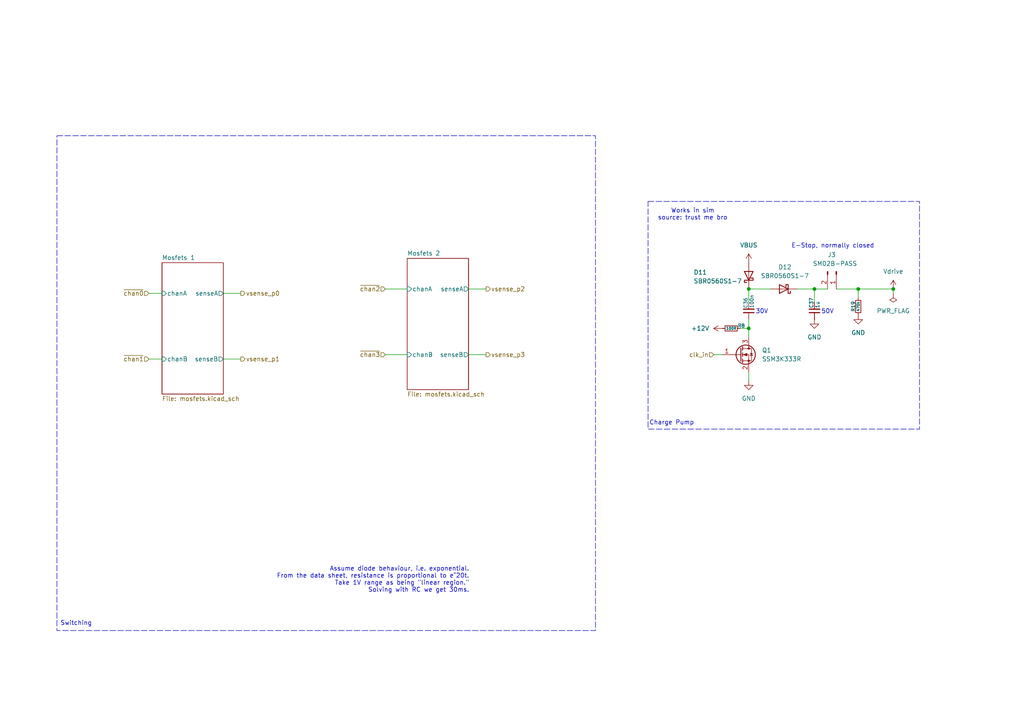
<source format=kicad_sch>
(kicad_sch (version 20250114) (generator "eeschema") (generator_version "9.0")
  (paper "A4")
  (lib_symbols
    (symbol "Bluesat:C_CompactV" (pin_numbers (hide yes)) (pin_names (offset 0.254) (hide yes))
      (property "Reference" "C" (at -0.889 0.762 90))
      (property "Value" "C_CompactV" (at 0.889 0.762 90))
      (symbol "C_CompactV_0_1"
        (polyline (pts (xy 1.524 0.508) (xy -1.524 0.508)) (stroke (width 0.3302)))
        (polyline (pts (xy 1.524 -0.508) (xy -1.524 -0.508)) (stroke (width 0.3048)))
      )
      (symbol "C_CompactV_1_1"
        (pin passive line (at 0 2.54 270) (length 2.032) (name "~") (number "2"))
        (pin passive line (at 0 -2.54 90) (length 2.032) (name "~") (number "1"))
      )
    )
    (symbol "Bluesat:R_CompactH" (pin_numbers (hide yes)) (pin_names (offset 0.254) (hide yes))
      (property "Reference" "R" (at 1.8415 0.1905 0))
      (property "Value" "R_CompactH" (at 0 0 0))
      (symbol "R_CompactH_0_1"
        (rectangle (start -1.778 -0.762) (end 1.778 0.762) (stroke (width 0.2032)))
      )
      (symbol "R_CompactH_1_1"
        (pin passive line (at -2.54 0 0) (length 0.762) (name "~") (number "1"))
        (pin passive line (at 2.54 0 180) (length 0.762) (name "~") (number "2"))
      )
    )
    (symbol "Bluesat:R_CompactV" (pin_numbers (hide yes)) (pin_names (offset 0.254) (hide yes))
      (property "Reference" "R" (at -0.889 0 90))
      (property "Value" "R_CompactV" (at 0 0 90))
      (symbol "R_CompactV_0_1"
        (rectangle (start -0.762 1.778) (end 0.762 -1.778) (stroke (width 0.2032)))
      )
      (symbol "R_CompactV_1_1"
        (pin passive line (at 0 2.54 270) (length 0.762) (name "~") (number "1"))
        (pin passive line (at 0 -2.54 90) (length 0.762) (name "~") (number "2"))
      )
    )
    (symbol "Connector:Conn_01x02_Pin" (pin_names (offset 1.016) (hide yes))
      (property "Reference" "J" (at 0 2.54 0))
      (property "Value" "Conn_01x02_Pin" (at 0 -5.08 0))
      (symbol "Conn_01x02_Pin_1_1"
        (rectangle (start 0.8636 0.127) (end 0 -0.127) (stroke (width 0.1524)) (fill (type outline)))
        (rectangle (start 0.8636 -2.413) (end 0 -2.667) (stroke (width 0.1524)) (fill (type outline)))
        (polyline (pts (xy 1.27 0) (xy 0.8636 0)) (stroke (width 0.1524)))
        (polyline (pts (xy 1.27 -2.54) (xy 0.8636 -2.54)) (stroke (width 0.1524)))
        (pin passive line (at 5.08 0 180) (length 3.81) (name "Pin_1") (number "1"))
        (pin passive line (at 5.08 -2.54 180) (length 3.81) (name "Pin_2") (number "2"))
      )
    )
    (symbol "Device:D_Schottky" (pin_numbers (hide yes)) (pin_names (offset 1.016) (hide yes))
      (property "Reference" "D" (at 0 2.54 0))
      (property "Value" "D_Schottky" (at 0 -2.54 0))
      (symbol "D_Schottky_0_1"
        (polyline (pts (xy -1.905 0.635) (xy -1.905 1.27) (xy -1.27 1.27) (xy -1.27 -1.27) (xy -0.635 -1.27) (xy -0.635 -0.635)) (stroke (width 0.254)))
        (polyline (pts (xy 1.27 1.27) (xy 1.27 -1.27) (xy -1.27 0) (xy 1.27 1.27)) (stroke (width 0.254)))
        (polyline (pts (xy 1.27 0) (xy -1.27 0)))
      )
      (symbol "D_Schottky_1_1"
        (pin passive line (at -3.81 0 0) (length 2.54) (name "K") (number "1"))
        (pin passive line (at 3.81 0 180) (length 2.54) (name "A") (number "2"))
      )
    )
    (symbol "Transistor_FET:Q_NMOS_GSD" (pin_names (offset 0) (hide yes))
      (property "Reference" "Q" (at 5.08 1.905 0))
      (property "Value" "Q_NMOS_GSD" (at 5.08 0 0))
      (symbol "Q_NMOS_GSD_0_1"
        (polyline (pts (xy 0.254 1.905) (xy 0.254 -1.905)) (stroke (width 0.254)))
        (polyline (pts (xy 0.254 0) (xy -2.54 0)))
        (polyline (pts (xy 0.762 2.286) (xy 0.762 1.27)) (stroke (width 0.254)))
        (polyline (pts (xy 0.762 0.508) (xy 0.762 -0.508)) (stroke (width 0.254)))
        (polyline (pts (xy 0.762 -1.27) (xy 0.762 -2.286)) (stroke (width 0.254)))
        (polyline (pts (xy 0.762 -1.778) (xy 3.302 -1.778) (xy 3.302 1.778) (xy 0.762 1.778)))
        (polyline (pts (xy 1.016 0) (xy 2.032 0.381) (xy 2.032 -0.381) (xy 1.016 0)) (fill (type outline)))
        (circle (center 1.651 0) (radius 2.794) (stroke (width 0.254)))
        (polyline (pts (xy 2.54 2.54) (xy 2.54 1.778)))
        (circle (center 2.54 1.778) (radius 0.254) (fill (type outline)))
        (circle (center 2.54 -1.778) (radius 0.254) (fill (type outline)))
        (polyline (pts (xy 2.54 -2.54) (xy 2.54 0) (xy 0.762 0)))
        (polyline (pts (xy 2.921 0.381) (xy 3.683 0.381)))
        (polyline (pts (xy 3.302 0.381) (xy 2.921 -0.254) (xy 3.683 -0.254) (xy 3.302 0.381)))
      )
      (symbol "Q_NMOS_GSD_1_1"
        (pin input line (at -5.08 0 0) (length 2.54) (name "G") (number "1"))
        (pin passive line (at 2.54 5.08 270) (length 2.54) (name "D") (number "3"))
        (pin passive line (at 2.54 -5.08 90) (length 2.54) (name "S") (number "2"))
      )
    )
    (symbol "power:+12V" (power) (pin_numbers (hide yes)) (pin_names (offset 0) (hide yes))
      (property "Value" "+12V" (at 0 3.556 0))
      (symbol "+12V_0_1"
        (polyline (pts (xy -0.762 1.27) (xy 0 2.54)))
        (polyline (pts (xy 0 2.54) (xy 0.762 1.27)))
        (polyline (pts (xy 0 0) (xy 0 2.54)))
      )
      (symbol "+12V_1_1"
        (pin power_in line (at 0 0 90) (length 0) (name "~") (number "1"))
      )
    )
    (symbol "power:GND" (power) (pin_numbers (hide yes)) (pin_names (offset 0) (hide yes))
      (property "Value" "GND" (at 0 -3.81 0))
      (symbol "GND_0_1"
        (polyline (pts (xy 0 0) (xy 0 -1.27) (xy 1.27 -1.27) (xy 0 -2.54) (xy -1.27 -1.27) (xy 0 -1.27)))
      )
      (symbol "GND_1_1"
        (pin power_in line (at 0 0 270) (length 0) (name "~") (number "1"))
      )
    )
    (symbol "power:PWR_FLAG" (power) (pin_numbers (hide yes)) (pin_names (offset 0) (hide yes))
      (property "Value" "PWR_FLAG" (at 0 3.81 0))
      (symbol "PWR_FLAG_0_0"
        (pin power_out line (at 0 0 90) (length 0) (name "~") (number "1"))
      )
      (symbol "PWR_FLAG_0_1"
        (polyline (pts (xy 0 0) (xy 0 1.27) (xy -1.016 1.905) (xy 0 2.54) (xy 1.016 1.905) (xy 0 1.27)))
      )
    )
    (symbol "power:VBUS" (power) (pin_numbers (hide yes)) (pin_names (offset 0) (hide yes))
      (property "Value" "VBUS" (at 0 3.556 0))
      (symbol "VBUS_0_1"
        (polyline (pts (xy -0.762 1.27) (xy 0 2.54)))
        (polyline (pts (xy 0 2.54) (xy 0.762 1.27)))
        (polyline (pts (xy 0 0) (xy 0 2.54)))
      )
      (symbol "VBUS_1_1"
        (pin power_in line (at 0 0 90) (length 0) (name "~") (number "1"))
      )
    )
    (symbol "power:Vdrive" (power) (pin_numbers (hide yes)) (pin_names (offset 0) (hide yes))
      (property "Value" "Vdrive" (at 0 3.556 0))
      (symbol "Vdrive_0_1"
        (polyline (pts (xy -0.762 1.27) (xy 0 2.54)))
        (polyline (pts (xy 0 2.54) (xy 0.762 1.27)))
        (polyline (pts (xy 0 0) (xy 0 2.54)))
      )
      (symbol "Vdrive_1_1"
        (pin power_in line (at 0 0 90) (length 0) (name "~") (number "1"))
      )
    )
  )
  (rectangle (start 16.51 39.37) (end 172.72 182.88) (stroke (width 0) (type dash)))
  (rectangle (start 187.96 58.42) (end 266.7 124.46) (stroke (width 0) (type dash)))
  (text "Switching" (at 22.098 180.848 0) (effects (font (size 1.27 1.27))))
  (text "Charge Pump" (at 194.818 122.682 0) (effects (font (size 1.27 1.27))))
  (text "50V" (at 240.03 90.424 0) (effects (font (size 1.27 1.27))))
  (text "E-Stop, normally closed" (at 241.554 71.374 0) (effects (font (size 1.27 1.27))))
  (text "Assume diode behaviour, i.e. exponential.\nFrom the data sheet, resistance is proportional to e^20t.\nTake 1V range as being \"linear region.\"\nSolving with RC we get 30ms." (at 136.144 168.148 0) (effects (font (size 1.27 1.27)) (justify right)))
  (text "Works in sim\nsource: trust me bro" (at 200.914 62.23 0) (effects (font (size 1.27 1.27))))
  (text "30V" (at 220.98 90.424 0) (effects (font (size 1.27 1.27))))
  (junction (at 236.22 83.82))
  (junction (at 217.17 95.25))
  (junction (at 259.08 83.82))
  (junction (at 217.17 83.82))
  (junction (at 248.92 83.82))
  (wire (pts (xy 111.76 83.82) (xy 118.11 83.82)))
  (wire (pts (xy 69.85 104.14) (xy 64.77 104.14)))
  (wire (pts (xy 259.08 83.82) (xy 259.08 85.09)))
  (wire (pts (xy 217.17 92.71) (xy 217.17 95.25)))
  (wire (pts (xy 236.22 83.82) (xy 240.03 83.82)))
  (wire (pts (xy 217.17 107.95) (xy 217.17 110.49)))
  (wire (pts (xy 248.92 83.82) (xy 248.92 86.36)))
  (wire (pts (xy 207.01 102.87) (xy 209.55 102.87)))
  (wire (pts (xy 111.76 102.87) (xy 118.11 102.87)))
  (wire (pts (xy 242.57 83.82) (xy 248.92 83.82)))
  (wire (pts (xy 69.85 85.09) (xy 64.77 85.09)))
  (wire (pts (xy 248.92 83.82) (xy 259.08 83.82)))
  (wire (pts (xy 231.14 83.82) (xy 236.22 83.82)))
  (wire (pts (xy 217.17 83.82) (xy 217.17 87.63)))
  (wire (pts (xy 217.17 95.25) (xy 217.17 97.79)))
  (wire (pts (xy 214.63 95.25) (xy 217.17 95.25)))
  (wire (pts (xy 217.17 83.82) (xy 223.52 83.82)))
  (wire (pts (xy 43.18 104.14) (xy 46.99 104.14)))
  (wire (pts (xy 43.18 85.09) (xy 46.99 85.09)))
  (wire (pts (xy 236.22 83.82) (xy 236.22 87.63)))
  (wire (pts (xy 140.97 102.87) (xy 135.89 102.87)))
  (wire (pts (xy 140.97 83.82) (xy 135.89 83.82)))
  (hierarchical_label "~{chan2}" (shape input) (at 111.76 83.82 180))
  (hierarchical_label "vsense_p3" (shape output) (at 140.97 102.87 0))
  (hierarchical_label "vsense_p1" (shape output) (at 69.85 104.14 0))
  (hierarchical_label "~{chan3}" (shape input) (at 111.76 102.87 180))
  (hierarchical_label "clk_in" (shape input) (at 207.01 102.87 180))
  (hierarchical_label "~{chan1}" (shape input) (at 43.18 104.14 180))
  (hierarchical_label "vsense_p2" (shape output) (at 140.97 83.82 0))
  (hierarchical_label "vsense_p0" (shape output) (at 69.85 85.09 0))
  (hierarchical_label "~{chan0}" (shape input) (at 43.18 85.09 180))
  (symbol (lib_id "Bluesat:R_CompactH") (at 212.09 95.25 0) (unit 1)
    (property "Reference" "R8" (at 213.9315 95.0595 0) (effects (font (size 1.016 1.016)) (justify left bottom)))
    (property "Value" "100R" (at 212.09 95.25 0) (effects (font (size 0.762 0.762))))
    (property "Footprint" "Resistor_SMD:R_0402_1005Metric" (effects (hide yes)))
    (property "Description" "Resistor, compact symbol" (effects (hide yes)))
  )
  (symbol (lib_id "power:VBUS") (at 217.17 76.2 0) (unit 1)
    (property "Reference" "#PWR023" (effects (hide yes)))
    (property "Value" "VBUS" (at 217.17 71.12 0))
    (property "Description" "Power symbol creates a global label with name \"VBUS\"" (effects (hide yes)))
  )
  (symbol (lib_id "power:Vdrive") (at 259.08 83.82 0) (unit 1)
    (property "Reference" "#PWR016" (effects (hide yes)))
    (property "Value" "Vdrive" (at 259.08 78.74 0))
    (property "Description" "Power symbol creates a global label with name \"Vdrive\"" (effects (hide yes)))
  )
  (symbol (lib_id "Bluesat:C_CompactV") (at 236.22 90.17 0) (unit 1)
    (property "Reference" "C37" (at 235.331 89.408 90) (effects (font (size 1.016 1.016)) (justify left)))
    (property "Value" "1u" (at 237.109 89.408 90) (effects (font (size 1.016 1.016)) (justify left)))
    (property "Footprint" "Capacitor_SMD:C_1206_3216Metric" (effects (hide yes)))
    (property "Description" "Unpolarized capacitor, compact symbol" (effects (hide yes)))
  )
  (symbol (lib_id "Transistor_FET:Q_NMOS_GSD") (at 214.63 102.87 0) (unit 1)
    (property "Reference" "Q1" (at 220.98 101.5999 0) (effects (justify left)))
    (property "Value" "SSM3K333R" (at 220.98 104.1399 0) (effects (justify left)))
    (property "Footprint" "Package_TO_SOT_SMD:SOT-23-3" (effects (hide yes)))
    (property "Description" "N-MOSFET transistor, gate/source/drain" (effects (hide yes)))
  )
  (symbol (lib_id "Bluesat:R_CompactV") (at 248.92 88.9 0) (unit 1)
    (property "Reference" "R19" (at 248.031 88.9 90) (effects (font (size 1.016 1.016)) (justify bottom)))
    (property "Value" "470k" (at 248.92 88.9 90) (effects (font (size 0.762 0.762))))
    (property "Footprint" "Resistor_SMD:R_0402_1005Metric" (effects (hide yes)))
    (property "Description" "Resistor, compact symbol" (effects (hide yes)))
  )
  (symbol (lib_id "power:GND") (at 236.22 92.71 0) (unit 1)
    (property "Reference" "#PWR062" (effects (hide yes)))
    (property "Value" "GND" (at 236.22 97.79 0))
    (property "Description" "Power symbol creates a global label with name \"GND\" , ground" (effects (hide yes)))
  )
  (symbol (lib_id "power:GND") (at 217.17 110.49 0) (unit 1)
    (property "Reference" "#PWR061" (effects (hide yes)))
    (property "Value" "GND" (at 217.17 115.57 0))
    (property "Description" "Power symbol creates a global label with name \"GND\" , ground" (effects (hide yes)))
  )
  (symbol (lib_id "Device:D_Schottky") (at 217.17 80.01 90) (unit 1)
    (property "Reference" "D11" (at 201.168 78.994 90) (effects (justify right)))
    (property "Value" "SBR0560S1-7" (at 201.168 81.534 90) (effects (justify right)))
    (property "Footprint" "Diode_SMD:D_SOD-123" (effects (hide yes)))
    (property "Description" "Schottky diode" (effects (hide yes)))
  )
  (symbol (lib_id "power:GND") (at 248.92 91.44 0) (unit 1)
    (property "Reference" "#PWR063" (effects (hide yes)))
    (property "Value" "GND" (at 248.92 96.52 0))
    (property "Description" "Power symbol creates a global label with name \"GND\" , ground" (effects (hide yes)))
  )
  (symbol (lib_id "power:PWR_FLAG") (at 259.08 85.09 180) (unit 1)
    (property "Reference" "#FLG03" (effects (hide yes)))
    (property "Value" "PWR_FLAG" (at 259.08 90.17 0))
    (property "Description" "Special symbol for telling ERC where power comes from" (effects (hide yes)))
  )
  (symbol (lib_id "Bluesat:C_CompactV") (at 217.17 90.17 0) (unit 1)
    (property "Reference" "C36" (at 216.281 89.408 90) (effects (font (size 1.016 1.016)) (justify left)))
    (property "Value" "100n" (at 218.059 89.408 90) (effects (font (size 1.016 1.016)) (justify left)))
    (property "Footprint" "Capacitor_SMD:C_0603_1608Metric" (effects (hide yes)))
    (property "Description" "Unpolarized capacitor, compact symbol" (effects (hide yes)))
  )
  (symbol (lib_id "Device:D_Schottky") (at 227.33 83.82 180) (unit 1)
    (property "Reference" "D12" (at 227.6475 77.47 0))
    (property "Value" "SBR0560S1-7" (at 227.6475 80.01 0))
    (property "Footprint" "Diode_SMD:D_SOD-123" (effects (hide yes)))
    (property "Description" "Schottky diode" (effects (hide yes)))
  )
  (symbol (lib_id "power:+12V") (at 209.55 95.25 90) (unit 1)
    (property "Reference" "#PWR022" (effects (hide yes)))
    (property "Value" "+12V" (at 205.74 95.2499 90) (effects (justify left)))
    (property "Description" "Power symbol creates a global label with name \"+12V\"" (effects (hide yes)))
  )
  (symbol (lib_id "Connector:Conn_01x02_Pin") (at 242.57 78.74 270) (unit 1)
    (property "Reference" "J3" (at 240.03 73.914 90) (effects (justify left)))
    (property "Value" "SM02B-PASS" (at 235.712 76.454 90) (effects (justify left)))
    (property "Footprint" "Bluesat:SM02B-PASS" (effects (hide yes)))
    (property "Description" "Generic connector, single row, 01x02, script generated" (effects (hide yes)))
  )
  (sheet (at 46.99 76.2) (size 17.78 38.1) (stroke (width 0.1524))
    (property "Sheetname" "Mosfets 1" (at 46.99 75.4884 0) (effects (justify left bottom)))
    (property "Sheetfile" "mosfets.kicad_sch" (at 46.99 114.8846 0) (effects (justify left top)))
    (pin "chanA" input (at 46.99 85.09 180))
    (pin "chanB" input (at 46.99 104.14 180))
    (pin "senseA" output (at 64.77 85.09 0))
    (pin "senseB" output (at 64.77 104.14 0))
  )
  (sheet (at 118.11 74.93) (size 17.78 38.1) (stroke (width 0.1524))
    (property "Sheetname" "Mosfets 2" (at 118.11 74.2184 0) (effects (justify left bottom)))
    (property "Sheetfile" "mosfets.kicad_sch" (at 118.11 113.6146 0) (effects (justify left top)))
    (pin "chanA" input (at 118.11 83.82 180))
    (pin "chanB" input (at 118.11 102.87 180))
    (pin "senseA" output (at 135.89 83.82 0))
    (pin "senseB" output (at 135.89 102.87 0))
  )
)
</source>
